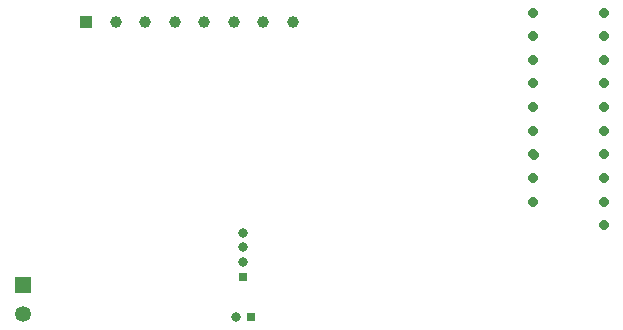
<source format=gbr>
G04 #@! TF.FileFunction,Soldermask,Bot*
%FSLAX46Y46*%
G04 Gerber Fmt 4.6, Leading zero omitted, Abs format (unit mm)*
G04 Created by KiCad (PCBNEW 4.0.2+dfsg1-stable) date ven 12 ott 2018 15:59:41 CEST*
%MOMM*%
G01*
G04 APERTURE LIST*
%ADD10C,0.100000*%
%ADD11C,0.863600*%
%ADD12R,1.000000X1.000000*%
%ADD13C,1.000000*%
%ADD14R,0.800000X0.800000*%
%ADD15O,0.800000X0.800000*%
%ADD16R,1.350000X1.350000*%
%ADD17C,1.350000*%
G04 APERTURE END LIST*
D10*
D11*
X166657020Y-82014060D02*
X166657020Y-82014060D01*
X166657020Y-84013040D02*
X166657020Y-84013040D01*
X166730680Y-84046060D02*
X166730680Y-84046060D01*
X166657020Y-86014560D02*
X166657020Y-86014560D01*
X166657020Y-88013540D02*
X166657020Y-88013540D01*
X172656500Y-88013540D02*
X172656500Y-88013540D01*
X172656500Y-86014560D02*
X172656500Y-86014560D01*
X172656500Y-84013040D02*
X172656500Y-84013040D01*
X172656500Y-82014060D02*
X172656500Y-82014060D01*
X172656500Y-80015080D02*
X172656500Y-80015080D01*
X172656500Y-78013560D02*
X172656500Y-78013560D01*
X172656500Y-76014580D02*
X172656500Y-76014580D01*
X172656500Y-74013060D02*
X172656500Y-74013060D01*
X172656500Y-72014080D02*
X172656500Y-72014080D01*
X166657020Y-72014080D02*
X166657020Y-72014080D01*
X166657020Y-74013060D02*
X166657020Y-74013060D01*
X166657020Y-76014580D02*
X166657020Y-76014580D01*
X166657020Y-78013560D02*
X166657020Y-78013560D01*
X166657020Y-80015080D02*
X166657020Y-80015080D01*
X172656500Y-90015060D02*
X172656500Y-90015060D01*
D12*
X128856740Y-72787320D03*
D13*
X131356740Y-72787320D03*
X133856740Y-72787320D03*
X136356740Y-72787320D03*
X138856740Y-72787320D03*
X141356740Y-72787320D03*
X143856740Y-72787320D03*
X146356740Y-72787320D03*
D14*
X142097760Y-94393200D03*
D15*
X142097760Y-93143200D03*
X142097760Y-91893200D03*
X142097760Y-90643200D03*
D16*
X123489720Y-95041720D03*
D17*
X123489720Y-97541720D03*
D14*
X142801340Y-97824100D03*
D15*
X141551340Y-97824100D03*
M02*

</source>
